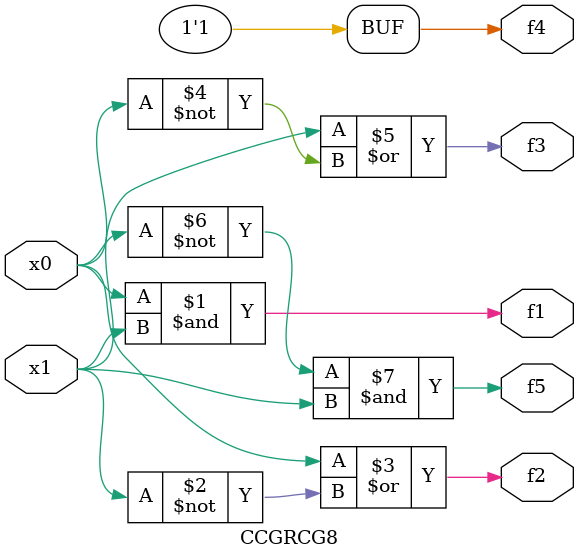
<source format=v>

module CCGRCG8 ( 
    x0, x1,
    f1, f2, f3, f4, f5  );
  input  x0, x1;
  output f1, f2, f3, f4, f5;
  assign f1 = x0 & x1;
  assign f2 = x0 | ~x1;
  assign f3 = x1 | ~x0;
  assign f5 = ~x0 & x1;
  assign f4 = 1'b1;
endmodule



</source>
